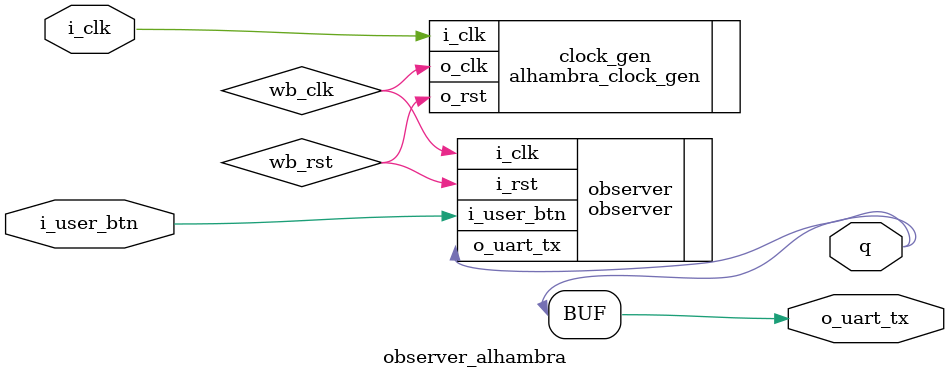
<source format=v>
`default_nettype none
module observer_alhambra
(
 input wire  i_clk,
 input wire  i_user_btn,
 // No SPI for now
 // output wire spi_g_sen_sclk,
 // output wire spi_g_sen_cs_n,
 // output wire spi_g_sen_mosi,
 // input wire  spi_g_sen_miso,
 output wire q,
 output wire o_uart_tx);

   wire      wb_clk;
   wire      wb_rst;

   assign o_uart_tx = q;

   alhambra_clock_gen clock_gen
     (.i_clk (i_clk),
      .o_clk (wb_clk),
      .o_rst (wb_rst));

   observer observer
     (.i_clk (wb_clk),
      .i_rst (wb_rst),
      .i_user_btn (i_user_btn),
      // .o_sclk   (spi_g_sen_sclk),
      // .o_cs_n   (spi_g_sen_cs_n),
      // .o_mosi   (spi_g_sen_mosi),
      // .i_miso   (spi_g_sen_miso),
      .o_uart_tx  (q));

endmodule

</source>
